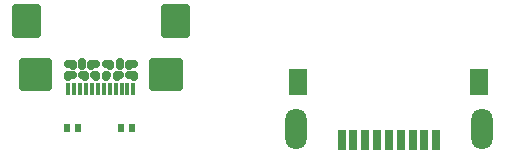
<source format=gtp>
G04 #@! TF.FileFunction,Paste,Top*
%FSLAX46Y46*%
G04 Gerber Fmt 4.6, Leading zero omitted, Abs format (unit mm)*
G04 Created by KiCad (PCBNEW (2016-03-18 BZR 6629, Git 60d93d0)-product) date 7/17/2016 1:38:49 PM*
%MOMM*%
G01*
G04 APERTURE LIST*
%ADD10C,0.150000*%
%ADD11C,0.650000*%
%ADD12R,0.600000X0.650000*%
%ADD13O,1.800000X3.500000*%
%ADD14R,0.700000X1.800000*%
%ADD15R,1.640000X2.200000*%
%ADD16R,0.300000X1.100000*%
G04 APERTURE END LIST*
D10*
D11*
X112598000Y-31187400D02*
X112598000Y-30887400D01*
X109398000Y-31187400D02*
X109398000Y-30887400D01*
X111398000Y-31987400D02*
X111548000Y-31987400D01*
X110598000Y-31987400D02*
X110448000Y-31987400D01*
X109648000Y-31987400D02*
X109398000Y-31987400D01*
X112348000Y-31987400D02*
X112598000Y-31987400D01*
X113798000Y-31987400D02*
X113398000Y-31987400D01*
X108198000Y-31987400D02*
X108598000Y-31987400D01*
X117598000Y-33037400D02*
X117598000Y-30887400D01*
X115448000Y-33037400D02*
X117598000Y-33037400D01*
X115448000Y-30887400D02*
X115448000Y-33037400D01*
X117598000Y-30887400D02*
X115448000Y-30887400D01*
X116998000Y-32987400D02*
X116998000Y-30887400D01*
X116398000Y-33037400D02*
X116398000Y-30887400D01*
X115898000Y-33037400D02*
X115898000Y-30887400D01*
X104848000Y-33037400D02*
X104848000Y-30887400D01*
X105348000Y-33037400D02*
X105348000Y-30887400D01*
X105948000Y-32987400D02*
X105948000Y-30887400D01*
X106548000Y-30887400D02*
X104398000Y-30887400D01*
X104398000Y-30887400D02*
X104398000Y-33037400D01*
X104398000Y-33037400D02*
X106548000Y-33037400D01*
X106548000Y-33037400D02*
X106548000Y-30887400D01*
X104948000Y-28537400D02*
X104948000Y-26287400D01*
X104398000Y-26287400D02*
X104398000Y-28537400D01*
X117048000Y-26287400D02*
X117048000Y-28537400D01*
X117598000Y-28537400D02*
X117598000Y-26287400D01*
X118198000Y-28537400D02*
X118198000Y-26287400D01*
X116448000Y-28537400D02*
X118198000Y-28537400D01*
X116448000Y-26287400D02*
X116448000Y-28537400D01*
X118198000Y-26287400D02*
X116448000Y-26287400D01*
X105548000Y-26287400D02*
X103798000Y-26287400D01*
X103798000Y-26287400D02*
X103798000Y-28537400D01*
X103798000Y-28537400D02*
X105548000Y-28537400D01*
X105548000Y-28537400D02*
X105548000Y-26287400D01*
X113798000Y-31037400D02*
X113398000Y-31037400D01*
X111798000Y-31037400D02*
X111398000Y-31037400D01*
X110598000Y-31037400D02*
X110198000Y-31037400D01*
X108598000Y-31037400D02*
X108198000Y-31037400D01*
X108598000Y-31187400D02*
X108598000Y-31037400D01*
X110198000Y-31187400D02*
X110198000Y-31037400D01*
X111798000Y-31187400D02*
X111798000Y-31037400D01*
X113398000Y-31187400D02*
X113398000Y-31037400D01*
X108198000Y-31987400D02*
X108198000Y-32157400D01*
X109648000Y-31987400D02*
X109648000Y-32157400D01*
X110598000Y-31987400D02*
X110598000Y-32157400D01*
X111398000Y-31987400D02*
X111398000Y-32157400D01*
X112348000Y-31987400D02*
X112348000Y-32157400D01*
X113798000Y-31987400D02*
X113798000Y-32157400D01*
D12*
X109085000Y-36449000D03*
X108085000Y-36449000D03*
D13*
X127482000Y-36559000D03*
X143282000Y-36559000D03*
D14*
X135382000Y-37459000D03*
X134382000Y-37459000D03*
X133382000Y-37459000D03*
X132382000Y-37459000D03*
X131382000Y-37459000D03*
X136382000Y-37459000D03*
X137382000Y-37459000D03*
X138382000Y-37459000D03*
X139382000Y-37459000D03*
D15*
X127712000Y-32559000D03*
X143052000Y-32559000D03*
D12*
X112657000Y-36449000D03*
X113657000Y-36449000D03*
D16*
X113748000Y-33197400D03*
X113248000Y-33197400D03*
X112748000Y-33197400D03*
X112248000Y-33197400D03*
X111748000Y-33197400D03*
X111248000Y-33197400D03*
X110748000Y-33197400D03*
X110248000Y-33197400D03*
X109748000Y-33197400D03*
X109248000Y-33197400D03*
X108748000Y-33197400D03*
X108248000Y-33197400D03*
M02*

</source>
